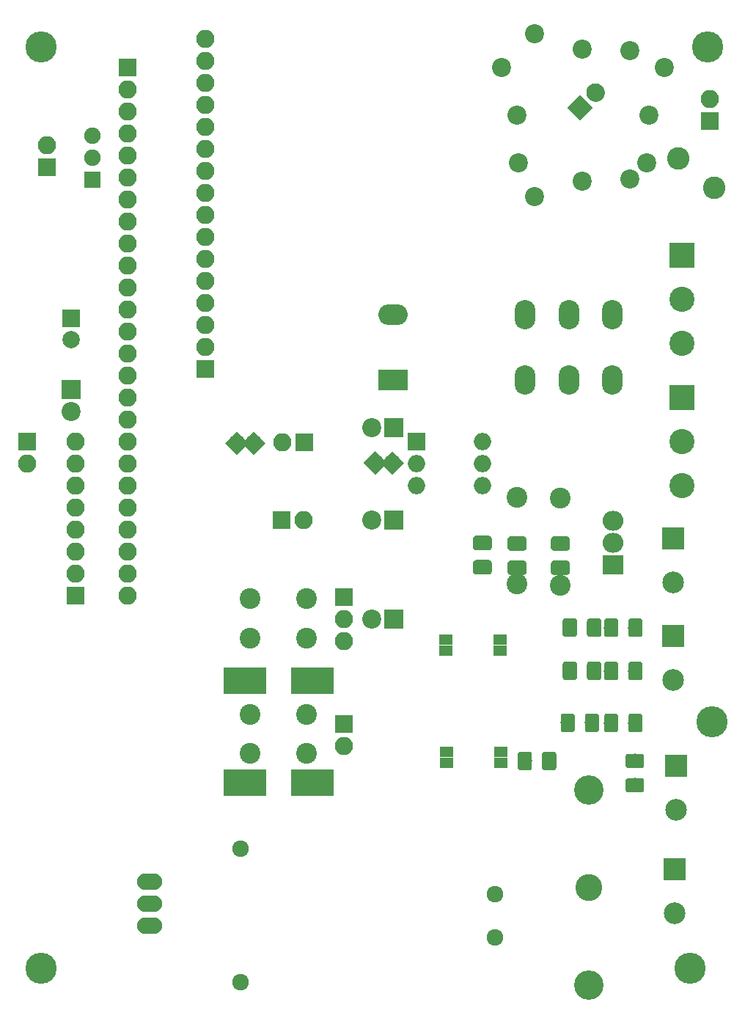
<source format=gbs>
G04 #@! TF.GenerationSoftware,KiCad,Pcbnew,5.0.0+dfsg1-2~bpo9+1*
G04 #@! TF.CreationDate,2018-10-07T14:27:24+02:00*
G04 #@! TF.ProjectId,PoesPPowerNode,506F657350506F7765724E6F64652E6B,rev?*
G04 #@! TF.SameCoordinates,Original*
G04 #@! TF.FileFunction,Soldermask,Bot*
G04 #@! TF.FilePolarity,Negative*
%FSLAX46Y46*%
G04 Gerber Fmt 4.6, Leading zero omitted, Abs format (unit mm)*
G04 Created by KiCad (PCBNEW 5.0.0+dfsg1-2~bpo9+1) date Sun Oct  7 14:27:24 2018*
%MOMM*%
%LPD*%
G01*
G04 APERTURE LIST*
%ADD10C,3.600000*%
%ADD11C,2.200000*%
%ADD12R,1.650000X1.300000*%
%ADD13O,2.899360X1.901140*%
%ADD14R,2.100000X2.100000*%
%ADD15O,2.100000X2.100000*%
%ADD16C,2.100000*%
%ADD17C,2.100000*%
%ADD18C,0.100000*%
%ADD19C,2.600000*%
%ADD20C,1.924000*%
%ADD21R,2.000000X2.000000*%
%ADD22C,2.000000*%
%ADD23C,2.400000*%
%ADD24R,2.200000X2.200000*%
%ADD25R,4.900000X3.100000*%
%ADD26C,1.650000*%
%ADD27R,3.400000X2.400000*%
%ADD28O,3.400000X2.400000*%
%ADD29O,2.400000X3.400000*%
%ADD30C,1.900000*%
%ADD31R,1.900000X1.900000*%
%ADD32O,2.000000X2.000000*%
%ADD33R,2.500000X2.500000*%
%ADD34C,2.500000*%
%ADD35R,2.900000X2.900000*%
%ADD36C,2.900000*%
%ADD37R,2.400000X2.305000*%
%ADD38O,2.400000X2.305000*%
%ADD39C,3.400000*%
%ADD40C,3.100000*%
G04 APERTURE END LIST*
D10*
G04 #@! TO.C,MK3*
X57000000Y-183300000D03*
G04 #@! TD*
D11*
G04 #@! TO.C,TR1*
X127000000Y-90400000D03*
X112200000Y-90400000D03*
X129000000Y-79400000D03*
X110200000Y-79400000D03*
X127220000Y-84900000D03*
X111980000Y-84900000D03*
X119524685Y-92469869D03*
X125024685Y-77449869D03*
X119524685Y-77229869D03*
X125024685Y-92249869D03*
X114024685Y-94249869D03*
X114024685Y-75449869D03*
G04 #@! TD*
D12*
G04 #@! TO.C,U1*
X110025000Y-145365000D03*
X110025000Y-146635000D03*
X103775000Y-145365000D03*
X103775000Y-146635000D03*
G04 #@! TD*
G04 #@! TO.C,U2*
X110125000Y-158365000D03*
X110125000Y-159635000D03*
X103875000Y-158365000D03*
X103875000Y-159635000D03*
G04 #@! TD*
D13*
G04 #@! TO.C,U7*
X69580000Y-175840000D03*
X69580000Y-173300000D03*
X69580000Y-178380000D03*
G04 #@! TD*
D14*
G04 #@! TO.C,P10*
X134300000Y-85540000D03*
D15*
X134300000Y-83000000D03*
G04 #@! TD*
D16*
G04 #@! TO.C,P11*
X121046051Y-82203949D03*
D17*
X121046051Y-82203949D02*
X121046051Y-82203949D01*
D16*
X119250000Y-84000000D03*
D18*
G36*
X120734924Y-84000000D02*
X119250000Y-85484924D01*
X117765076Y-84000000D01*
X119250000Y-82515076D01*
X120734924Y-84000000D01*
X120734924Y-84000000D01*
G37*
G04 #@! TD*
D19*
G04 #@! TO.C,H1*
X130600000Y-89900000D03*
G04 #@! TD*
G04 #@! TO.C,H2*
X134750000Y-93250000D03*
G04 #@! TD*
D10*
G04 #@! TO.C,MK1*
X134000000Y-77000000D03*
G04 #@! TD*
G04 #@! TO.C,MK2*
X57000000Y-77000000D03*
G04 #@! TD*
G04 #@! TO.C,MK4*
X132000000Y-183300000D03*
G04 #@! TD*
D20*
G04 #@! TO.C,JP2*
X79612843Y-122700000D03*
D18*
G36*
X80973316Y-122700000D02*
X79612843Y-124060473D01*
X78252370Y-122700000D01*
X79612843Y-121339527D01*
X80973316Y-122700000D01*
X80973316Y-122700000D01*
G37*
D20*
X81587157Y-122700000D03*
D18*
G36*
X82947630Y-122700000D02*
X81587157Y-124060473D01*
X80226684Y-122700000D01*
X81587157Y-121339527D01*
X82947630Y-122700000D01*
X82947630Y-122700000D01*
G37*
G04 #@! TD*
D20*
G04 #@! TO.C,JP3*
X97587157Y-125000000D03*
D18*
G36*
X98947630Y-125000000D02*
X97587157Y-126360473D01*
X96226684Y-125000000D01*
X97587157Y-123639527D01*
X98947630Y-125000000D01*
X98947630Y-125000000D01*
G37*
D20*
X95612843Y-125000000D03*
D18*
G36*
X96973316Y-125000000D02*
X95612843Y-126360473D01*
X94252370Y-125000000D01*
X95612843Y-123639527D01*
X96973316Y-125000000D01*
X96973316Y-125000000D01*
G37*
G04 #@! TD*
D21*
G04 #@! TO.C,C1*
X60500000Y-108300000D03*
D22*
X60500000Y-110800000D03*
G04 #@! TD*
D23*
G04 #@! TO.C,C6*
X112000000Y-139000000D03*
X112000000Y-129000000D03*
G04 #@! TD*
G04 #@! TO.C,C7*
X117000000Y-129100000D03*
X117000000Y-139100000D03*
G04 #@! TD*
D11*
G04 #@! TO.C,D1*
X60500000Y-119040000D03*
D24*
X60500000Y-116500000D03*
G04 #@! TD*
G04 #@! TO.C,D4*
X97800000Y-120900000D03*
D11*
X95260000Y-120900000D03*
G04 #@! TD*
D25*
G04 #@! TO.C,D5*
X80600000Y-150100000D03*
X88400000Y-150100000D03*
G04 #@! TD*
D24*
G04 #@! TO.C,D6*
X97800000Y-131600000D03*
D11*
X95260000Y-131600000D03*
G04 #@! TD*
G04 #@! TO.C,D8*
X95260000Y-143000000D03*
D24*
X97800000Y-143000000D03*
G04 #@! TD*
D25*
G04 #@! TO.C,D11*
X80600000Y-161900000D03*
X88400000Y-161900000D03*
G04 #@! TD*
D14*
G04 #@! TO.C,P1*
X67000000Y-79400000D03*
D15*
X67000000Y-81940000D03*
X67000000Y-84480000D03*
X67000000Y-87020000D03*
X67000000Y-89560000D03*
X67000000Y-92100000D03*
X67000000Y-94640000D03*
X67000000Y-97180000D03*
X67000000Y-99720000D03*
X67000000Y-102260000D03*
X67000000Y-104800000D03*
X67000000Y-107340000D03*
X67000000Y-109880000D03*
X67000000Y-112420000D03*
X67000000Y-114960000D03*
X67000000Y-117500000D03*
X67000000Y-120040000D03*
X67000000Y-122580000D03*
X67000000Y-125120000D03*
X67000000Y-127660000D03*
X67000000Y-130200000D03*
X67000000Y-132740000D03*
X67000000Y-135280000D03*
X67000000Y-137820000D03*
X67000000Y-140360000D03*
G04 #@! TD*
D18*
G04 #@! TO.C,R6*
G36*
X118627346Y-142939105D02*
X118659380Y-142943857D01*
X118690794Y-142951726D01*
X118721286Y-142962636D01*
X118750561Y-142976482D01*
X118778338Y-142993131D01*
X118804350Y-143012423D01*
X118828345Y-143034171D01*
X118850093Y-143058166D01*
X118869385Y-143084178D01*
X118886034Y-143111955D01*
X118899880Y-143141230D01*
X118910790Y-143171722D01*
X118918659Y-143203136D01*
X118923411Y-143235170D01*
X118925000Y-143267516D01*
X118925000Y-144757516D01*
X118923411Y-144789862D01*
X118918659Y-144821896D01*
X118910790Y-144853310D01*
X118899880Y-144883802D01*
X118886034Y-144913077D01*
X118869385Y-144940854D01*
X118850093Y-144966866D01*
X118828345Y-144990861D01*
X118804350Y-145012609D01*
X118778338Y-145031901D01*
X118750561Y-145048550D01*
X118721286Y-145062396D01*
X118690794Y-145073306D01*
X118659380Y-145081175D01*
X118627346Y-145085927D01*
X118595000Y-145087516D01*
X117605000Y-145087516D01*
X117572654Y-145085927D01*
X117540620Y-145081175D01*
X117509206Y-145073306D01*
X117478714Y-145062396D01*
X117449439Y-145048550D01*
X117421662Y-145031901D01*
X117395650Y-145012609D01*
X117371655Y-144990861D01*
X117349907Y-144966866D01*
X117330615Y-144940854D01*
X117313966Y-144913077D01*
X117300120Y-144883802D01*
X117289210Y-144853310D01*
X117281341Y-144821896D01*
X117276589Y-144789862D01*
X117275000Y-144757516D01*
X117275000Y-143267516D01*
X117276589Y-143235170D01*
X117281341Y-143203136D01*
X117289210Y-143171722D01*
X117300120Y-143141230D01*
X117313966Y-143111955D01*
X117330615Y-143084178D01*
X117349907Y-143058166D01*
X117371655Y-143034171D01*
X117395650Y-143012423D01*
X117421662Y-142993131D01*
X117449439Y-142976482D01*
X117478714Y-142962636D01*
X117509206Y-142951726D01*
X117540620Y-142943857D01*
X117572654Y-142939105D01*
X117605000Y-142937516D01*
X118595000Y-142937516D01*
X118627346Y-142939105D01*
X118627346Y-142939105D01*
G37*
D26*
X118100000Y-144012516D03*
D18*
G36*
X121427346Y-142939105D02*
X121459380Y-142943857D01*
X121490794Y-142951726D01*
X121521286Y-142962636D01*
X121550561Y-142976482D01*
X121578338Y-142993131D01*
X121604350Y-143012423D01*
X121628345Y-143034171D01*
X121650093Y-143058166D01*
X121669385Y-143084178D01*
X121686034Y-143111955D01*
X121699880Y-143141230D01*
X121710790Y-143171722D01*
X121718659Y-143203136D01*
X121723411Y-143235170D01*
X121725000Y-143267516D01*
X121725000Y-144757516D01*
X121723411Y-144789862D01*
X121718659Y-144821896D01*
X121710790Y-144853310D01*
X121699880Y-144883802D01*
X121686034Y-144913077D01*
X121669385Y-144940854D01*
X121650093Y-144966866D01*
X121628345Y-144990861D01*
X121604350Y-145012609D01*
X121578338Y-145031901D01*
X121550561Y-145048550D01*
X121521286Y-145062396D01*
X121490794Y-145073306D01*
X121459380Y-145081175D01*
X121427346Y-145085927D01*
X121395000Y-145087516D01*
X120405000Y-145087516D01*
X120372654Y-145085927D01*
X120340620Y-145081175D01*
X120309206Y-145073306D01*
X120278714Y-145062396D01*
X120249439Y-145048550D01*
X120221662Y-145031901D01*
X120195650Y-145012609D01*
X120171655Y-144990861D01*
X120149907Y-144966866D01*
X120130615Y-144940854D01*
X120113966Y-144913077D01*
X120100120Y-144883802D01*
X120089210Y-144853310D01*
X120081341Y-144821896D01*
X120076589Y-144789862D01*
X120075000Y-144757516D01*
X120075000Y-143267516D01*
X120076589Y-143235170D01*
X120081341Y-143203136D01*
X120089210Y-143171722D01*
X120100120Y-143141230D01*
X120113966Y-143111955D01*
X120130615Y-143084178D01*
X120149907Y-143058166D01*
X120171655Y-143034171D01*
X120195650Y-143012423D01*
X120221662Y-142993131D01*
X120249439Y-142976482D01*
X120278714Y-142962636D01*
X120309206Y-142951726D01*
X120340620Y-142943857D01*
X120372654Y-142939105D01*
X120405000Y-142937516D01*
X121395000Y-142937516D01*
X121427346Y-142939105D01*
X121427346Y-142939105D01*
G37*
D26*
X120900000Y-144012516D03*
G04 #@! TD*
D18*
G04 #@! TO.C,R7*
G36*
X118627346Y-147926589D02*
X118659380Y-147931341D01*
X118690794Y-147939210D01*
X118721286Y-147950120D01*
X118750561Y-147963966D01*
X118778338Y-147980615D01*
X118804350Y-147999907D01*
X118828345Y-148021655D01*
X118850093Y-148045650D01*
X118869385Y-148071662D01*
X118886034Y-148099439D01*
X118899880Y-148128714D01*
X118910790Y-148159206D01*
X118918659Y-148190620D01*
X118923411Y-148222654D01*
X118925000Y-148255000D01*
X118925000Y-149745000D01*
X118923411Y-149777346D01*
X118918659Y-149809380D01*
X118910790Y-149840794D01*
X118899880Y-149871286D01*
X118886034Y-149900561D01*
X118869385Y-149928338D01*
X118850093Y-149954350D01*
X118828345Y-149978345D01*
X118804350Y-150000093D01*
X118778338Y-150019385D01*
X118750561Y-150036034D01*
X118721286Y-150049880D01*
X118690794Y-150060790D01*
X118659380Y-150068659D01*
X118627346Y-150073411D01*
X118595000Y-150075000D01*
X117605000Y-150075000D01*
X117572654Y-150073411D01*
X117540620Y-150068659D01*
X117509206Y-150060790D01*
X117478714Y-150049880D01*
X117449439Y-150036034D01*
X117421662Y-150019385D01*
X117395650Y-150000093D01*
X117371655Y-149978345D01*
X117349907Y-149954350D01*
X117330615Y-149928338D01*
X117313966Y-149900561D01*
X117300120Y-149871286D01*
X117289210Y-149840794D01*
X117281341Y-149809380D01*
X117276589Y-149777346D01*
X117275000Y-149745000D01*
X117275000Y-148255000D01*
X117276589Y-148222654D01*
X117281341Y-148190620D01*
X117289210Y-148159206D01*
X117300120Y-148128714D01*
X117313966Y-148099439D01*
X117330615Y-148071662D01*
X117349907Y-148045650D01*
X117371655Y-148021655D01*
X117395650Y-147999907D01*
X117421662Y-147980615D01*
X117449439Y-147963966D01*
X117478714Y-147950120D01*
X117509206Y-147939210D01*
X117540620Y-147931341D01*
X117572654Y-147926589D01*
X117605000Y-147925000D01*
X118595000Y-147925000D01*
X118627346Y-147926589D01*
X118627346Y-147926589D01*
G37*
D26*
X118100000Y-149000000D03*
D18*
G36*
X121427346Y-147926589D02*
X121459380Y-147931341D01*
X121490794Y-147939210D01*
X121521286Y-147950120D01*
X121550561Y-147963966D01*
X121578338Y-147980615D01*
X121604350Y-147999907D01*
X121628345Y-148021655D01*
X121650093Y-148045650D01*
X121669385Y-148071662D01*
X121686034Y-148099439D01*
X121699880Y-148128714D01*
X121710790Y-148159206D01*
X121718659Y-148190620D01*
X121723411Y-148222654D01*
X121725000Y-148255000D01*
X121725000Y-149745000D01*
X121723411Y-149777346D01*
X121718659Y-149809380D01*
X121710790Y-149840794D01*
X121699880Y-149871286D01*
X121686034Y-149900561D01*
X121669385Y-149928338D01*
X121650093Y-149954350D01*
X121628345Y-149978345D01*
X121604350Y-150000093D01*
X121578338Y-150019385D01*
X121550561Y-150036034D01*
X121521286Y-150049880D01*
X121490794Y-150060790D01*
X121459380Y-150068659D01*
X121427346Y-150073411D01*
X121395000Y-150075000D01*
X120405000Y-150075000D01*
X120372654Y-150073411D01*
X120340620Y-150068659D01*
X120309206Y-150060790D01*
X120278714Y-150049880D01*
X120249439Y-150036034D01*
X120221662Y-150019385D01*
X120195650Y-150000093D01*
X120171655Y-149978345D01*
X120149907Y-149954350D01*
X120130615Y-149928338D01*
X120113966Y-149900561D01*
X120100120Y-149871286D01*
X120089210Y-149840794D01*
X120081341Y-149809380D01*
X120076589Y-149777346D01*
X120075000Y-149745000D01*
X120075000Y-148255000D01*
X120076589Y-148222654D01*
X120081341Y-148190620D01*
X120089210Y-148159206D01*
X120100120Y-148128714D01*
X120113966Y-148099439D01*
X120130615Y-148071662D01*
X120149907Y-148045650D01*
X120171655Y-148021655D01*
X120195650Y-147999907D01*
X120221662Y-147980615D01*
X120249439Y-147963966D01*
X120278714Y-147950120D01*
X120309206Y-147939210D01*
X120340620Y-147931341D01*
X120372654Y-147926589D01*
X120405000Y-147925000D01*
X121395000Y-147925000D01*
X121427346Y-147926589D01*
X121427346Y-147926589D01*
G37*
D26*
X120900000Y-149000000D03*
G04 #@! TD*
D18*
G04 #@! TO.C,R8*
G36*
X118387540Y-153926589D02*
X118419574Y-153931341D01*
X118450988Y-153939210D01*
X118481480Y-153950120D01*
X118510755Y-153963966D01*
X118538532Y-153980615D01*
X118564544Y-153999907D01*
X118588539Y-154021655D01*
X118610287Y-154045650D01*
X118629579Y-154071662D01*
X118646228Y-154099439D01*
X118660074Y-154128714D01*
X118670984Y-154159206D01*
X118678853Y-154190620D01*
X118683605Y-154222654D01*
X118685194Y-154255000D01*
X118685194Y-155745000D01*
X118683605Y-155777346D01*
X118678853Y-155809380D01*
X118670984Y-155840794D01*
X118660074Y-155871286D01*
X118646228Y-155900561D01*
X118629579Y-155928338D01*
X118610287Y-155954350D01*
X118588539Y-155978345D01*
X118564544Y-156000093D01*
X118538532Y-156019385D01*
X118510755Y-156036034D01*
X118481480Y-156049880D01*
X118450988Y-156060790D01*
X118419574Y-156068659D01*
X118387540Y-156073411D01*
X118355194Y-156075000D01*
X117365194Y-156075000D01*
X117332848Y-156073411D01*
X117300814Y-156068659D01*
X117269400Y-156060790D01*
X117238908Y-156049880D01*
X117209633Y-156036034D01*
X117181856Y-156019385D01*
X117155844Y-156000093D01*
X117131849Y-155978345D01*
X117110101Y-155954350D01*
X117090809Y-155928338D01*
X117074160Y-155900561D01*
X117060314Y-155871286D01*
X117049404Y-155840794D01*
X117041535Y-155809380D01*
X117036783Y-155777346D01*
X117035194Y-155745000D01*
X117035194Y-154255000D01*
X117036783Y-154222654D01*
X117041535Y-154190620D01*
X117049404Y-154159206D01*
X117060314Y-154128714D01*
X117074160Y-154099439D01*
X117090809Y-154071662D01*
X117110101Y-154045650D01*
X117131849Y-154021655D01*
X117155844Y-153999907D01*
X117181856Y-153980615D01*
X117209633Y-153963966D01*
X117238908Y-153950120D01*
X117269400Y-153939210D01*
X117300814Y-153931341D01*
X117332848Y-153926589D01*
X117365194Y-153925000D01*
X118355194Y-153925000D01*
X118387540Y-153926589D01*
X118387540Y-153926589D01*
G37*
D26*
X117860194Y-155000000D03*
D18*
G36*
X121187540Y-153926589D02*
X121219574Y-153931341D01*
X121250988Y-153939210D01*
X121281480Y-153950120D01*
X121310755Y-153963966D01*
X121338532Y-153980615D01*
X121364544Y-153999907D01*
X121388539Y-154021655D01*
X121410287Y-154045650D01*
X121429579Y-154071662D01*
X121446228Y-154099439D01*
X121460074Y-154128714D01*
X121470984Y-154159206D01*
X121478853Y-154190620D01*
X121483605Y-154222654D01*
X121485194Y-154255000D01*
X121485194Y-155745000D01*
X121483605Y-155777346D01*
X121478853Y-155809380D01*
X121470984Y-155840794D01*
X121460074Y-155871286D01*
X121446228Y-155900561D01*
X121429579Y-155928338D01*
X121410287Y-155954350D01*
X121388539Y-155978345D01*
X121364544Y-156000093D01*
X121338532Y-156019385D01*
X121310755Y-156036034D01*
X121281480Y-156049880D01*
X121250988Y-156060790D01*
X121219574Y-156068659D01*
X121187540Y-156073411D01*
X121155194Y-156075000D01*
X120165194Y-156075000D01*
X120132848Y-156073411D01*
X120100814Y-156068659D01*
X120069400Y-156060790D01*
X120038908Y-156049880D01*
X120009633Y-156036034D01*
X119981856Y-156019385D01*
X119955844Y-156000093D01*
X119931849Y-155978345D01*
X119910101Y-155954350D01*
X119890809Y-155928338D01*
X119874160Y-155900561D01*
X119860314Y-155871286D01*
X119849404Y-155840794D01*
X119841535Y-155809380D01*
X119836783Y-155777346D01*
X119835194Y-155745000D01*
X119835194Y-154255000D01*
X119836783Y-154222654D01*
X119841535Y-154190620D01*
X119849404Y-154159206D01*
X119860314Y-154128714D01*
X119874160Y-154099439D01*
X119890809Y-154071662D01*
X119910101Y-154045650D01*
X119931849Y-154021655D01*
X119955844Y-153999907D01*
X119981856Y-153980615D01*
X120009633Y-153963966D01*
X120038908Y-153950120D01*
X120069400Y-153939210D01*
X120100814Y-153931341D01*
X120132848Y-153926589D01*
X120165194Y-153925000D01*
X121155194Y-153925000D01*
X121187540Y-153926589D01*
X121187540Y-153926589D01*
G37*
D26*
X120660194Y-155000000D03*
G04 #@! TD*
D18*
G04 #@! TO.C,R9*
G36*
X116227346Y-158326589D02*
X116259380Y-158331341D01*
X116290794Y-158339210D01*
X116321286Y-158350120D01*
X116350561Y-158363966D01*
X116378338Y-158380615D01*
X116404350Y-158399907D01*
X116428345Y-158421655D01*
X116450093Y-158445650D01*
X116469385Y-158471662D01*
X116486034Y-158499439D01*
X116499880Y-158528714D01*
X116510790Y-158559206D01*
X116518659Y-158590620D01*
X116523411Y-158622654D01*
X116525000Y-158655000D01*
X116525000Y-160145000D01*
X116523411Y-160177346D01*
X116518659Y-160209380D01*
X116510790Y-160240794D01*
X116499880Y-160271286D01*
X116486034Y-160300561D01*
X116469385Y-160328338D01*
X116450093Y-160354350D01*
X116428345Y-160378345D01*
X116404350Y-160400093D01*
X116378338Y-160419385D01*
X116350561Y-160436034D01*
X116321286Y-160449880D01*
X116290794Y-160460790D01*
X116259380Y-160468659D01*
X116227346Y-160473411D01*
X116195000Y-160475000D01*
X115205000Y-160475000D01*
X115172654Y-160473411D01*
X115140620Y-160468659D01*
X115109206Y-160460790D01*
X115078714Y-160449880D01*
X115049439Y-160436034D01*
X115021662Y-160419385D01*
X114995650Y-160400093D01*
X114971655Y-160378345D01*
X114949907Y-160354350D01*
X114930615Y-160328338D01*
X114913966Y-160300561D01*
X114900120Y-160271286D01*
X114889210Y-160240794D01*
X114881341Y-160209380D01*
X114876589Y-160177346D01*
X114875000Y-160145000D01*
X114875000Y-158655000D01*
X114876589Y-158622654D01*
X114881341Y-158590620D01*
X114889210Y-158559206D01*
X114900120Y-158528714D01*
X114913966Y-158499439D01*
X114930615Y-158471662D01*
X114949907Y-158445650D01*
X114971655Y-158421655D01*
X114995650Y-158399907D01*
X115021662Y-158380615D01*
X115049439Y-158363966D01*
X115078714Y-158350120D01*
X115109206Y-158339210D01*
X115140620Y-158331341D01*
X115172654Y-158326589D01*
X115205000Y-158325000D01*
X116195000Y-158325000D01*
X116227346Y-158326589D01*
X116227346Y-158326589D01*
G37*
D26*
X115700000Y-159400000D03*
D18*
G36*
X113427346Y-158326589D02*
X113459380Y-158331341D01*
X113490794Y-158339210D01*
X113521286Y-158350120D01*
X113550561Y-158363966D01*
X113578338Y-158380615D01*
X113604350Y-158399907D01*
X113628345Y-158421655D01*
X113650093Y-158445650D01*
X113669385Y-158471662D01*
X113686034Y-158499439D01*
X113699880Y-158528714D01*
X113710790Y-158559206D01*
X113718659Y-158590620D01*
X113723411Y-158622654D01*
X113725000Y-158655000D01*
X113725000Y-160145000D01*
X113723411Y-160177346D01*
X113718659Y-160209380D01*
X113710790Y-160240794D01*
X113699880Y-160271286D01*
X113686034Y-160300561D01*
X113669385Y-160328338D01*
X113650093Y-160354350D01*
X113628345Y-160378345D01*
X113604350Y-160400093D01*
X113578338Y-160419385D01*
X113550561Y-160436034D01*
X113521286Y-160449880D01*
X113490794Y-160460790D01*
X113459380Y-160468659D01*
X113427346Y-160473411D01*
X113395000Y-160475000D01*
X112405000Y-160475000D01*
X112372654Y-160473411D01*
X112340620Y-160468659D01*
X112309206Y-160460790D01*
X112278714Y-160449880D01*
X112249439Y-160436034D01*
X112221662Y-160419385D01*
X112195650Y-160400093D01*
X112171655Y-160378345D01*
X112149907Y-160354350D01*
X112130615Y-160328338D01*
X112113966Y-160300561D01*
X112100120Y-160271286D01*
X112089210Y-160240794D01*
X112081341Y-160209380D01*
X112076589Y-160177346D01*
X112075000Y-160145000D01*
X112075000Y-158655000D01*
X112076589Y-158622654D01*
X112081341Y-158590620D01*
X112089210Y-158559206D01*
X112100120Y-158528714D01*
X112113966Y-158499439D01*
X112130615Y-158471662D01*
X112149907Y-158445650D01*
X112171655Y-158421655D01*
X112195650Y-158399907D01*
X112221662Y-158380615D01*
X112249439Y-158363966D01*
X112278714Y-158350120D01*
X112309206Y-158339210D01*
X112340620Y-158331341D01*
X112372654Y-158326589D01*
X112405000Y-158325000D01*
X113395000Y-158325000D01*
X113427346Y-158326589D01*
X113427346Y-158326589D01*
G37*
D26*
X112900000Y-159400000D03*
G04 #@! TD*
D18*
G04 #@! TO.C,R11*
G36*
X126187540Y-142939105D02*
X126219574Y-142943857D01*
X126250988Y-142951726D01*
X126281480Y-142962636D01*
X126310755Y-142976482D01*
X126338532Y-142993131D01*
X126364544Y-143012423D01*
X126388539Y-143034171D01*
X126410287Y-143058166D01*
X126429579Y-143084178D01*
X126446228Y-143111955D01*
X126460074Y-143141230D01*
X126470984Y-143171722D01*
X126478853Y-143203136D01*
X126483605Y-143235170D01*
X126485194Y-143267516D01*
X126485194Y-144757516D01*
X126483605Y-144789862D01*
X126478853Y-144821896D01*
X126470984Y-144853310D01*
X126460074Y-144883802D01*
X126446228Y-144913077D01*
X126429579Y-144940854D01*
X126410287Y-144966866D01*
X126388539Y-144990861D01*
X126364544Y-145012609D01*
X126338532Y-145031901D01*
X126310755Y-145048550D01*
X126281480Y-145062396D01*
X126250988Y-145073306D01*
X126219574Y-145081175D01*
X126187540Y-145085927D01*
X126155194Y-145087516D01*
X125165194Y-145087516D01*
X125132848Y-145085927D01*
X125100814Y-145081175D01*
X125069400Y-145073306D01*
X125038908Y-145062396D01*
X125009633Y-145048550D01*
X124981856Y-145031901D01*
X124955844Y-145012609D01*
X124931849Y-144990861D01*
X124910101Y-144966866D01*
X124890809Y-144940854D01*
X124874160Y-144913077D01*
X124860314Y-144883802D01*
X124849404Y-144853310D01*
X124841535Y-144821896D01*
X124836783Y-144789862D01*
X124835194Y-144757516D01*
X124835194Y-143267516D01*
X124836783Y-143235170D01*
X124841535Y-143203136D01*
X124849404Y-143171722D01*
X124860314Y-143141230D01*
X124874160Y-143111955D01*
X124890809Y-143084178D01*
X124910101Y-143058166D01*
X124931849Y-143034171D01*
X124955844Y-143012423D01*
X124981856Y-142993131D01*
X125009633Y-142976482D01*
X125038908Y-142962636D01*
X125069400Y-142951726D01*
X125100814Y-142943857D01*
X125132848Y-142939105D01*
X125165194Y-142937516D01*
X126155194Y-142937516D01*
X126187540Y-142939105D01*
X126187540Y-142939105D01*
G37*
D26*
X125660194Y-144012516D03*
D18*
G36*
X123387540Y-142939105D02*
X123419574Y-142943857D01*
X123450988Y-142951726D01*
X123481480Y-142962636D01*
X123510755Y-142976482D01*
X123538532Y-142993131D01*
X123564544Y-143012423D01*
X123588539Y-143034171D01*
X123610287Y-143058166D01*
X123629579Y-143084178D01*
X123646228Y-143111955D01*
X123660074Y-143141230D01*
X123670984Y-143171722D01*
X123678853Y-143203136D01*
X123683605Y-143235170D01*
X123685194Y-143267516D01*
X123685194Y-144757516D01*
X123683605Y-144789862D01*
X123678853Y-144821896D01*
X123670984Y-144853310D01*
X123660074Y-144883802D01*
X123646228Y-144913077D01*
X123629579Y-144940854D01*
X123610287Y-144966866D01*
X123588539Y-144990861D01*
X123564544Y-145012609D01*
X123538532Y-145031901D01*
X123510755Y-145048550D01*
X123481480Y-145062396D01*
X123450988Y-145073306D01*
X123419574Y-145081175D01*
X123387540Y-145085927D01*
X123355194Y-145087516D01*
X122365194Y-145087516D01*
X122332848Y-145085927D01*
X122300814Y-145081175D01*
X122269400Y-145073306D01*
X122238908Y-145062396D01*
X122209633Y-145048550D01*
X122181856Y-145031901D01*
X122155844Y-145012609D01*
X122131849Y-144990861D01*
X122110101Y-144966866D01*
X122090809Y-144940854D01*
X122074160Y-144913077D01*
X122060314Y-144883802D01*
X122049404Y-144853310D01*
X122041535Y-144821896D01*
X122036783Y-144789862D01*
X122035194Y-144757516D01*
X122035194Y-143267516D01*
X122036783Y-143235170D01*
X122041535Y-143203136D01*
X122049404Y-143171722D01*
X122060314Y-143141230D01*
X122074160Y-143111955D01*
X122090809Y-143084178D01*
X122110101Y-143058166D01*
X122131849Y-143034171D01*
X122155844Y-143012423D01*
X122181856Y-142993131D01*
X122209633Y-142976482D01*
X122238908Y-142962636D01*
X122269400Y-142951726D01*
X122300814Y-142943857D01*
X122332848Y-142939105D01*
X122365194Y-142937516D01*
X123355194Y-142937516D01*
X123387540Y-142939105D01*
X123387540Y-142939105D01*
G37*
D26*
X122860194Y-144012516D03*
G04 #@! TD*
D18*
G04 #@! TO.C,R12*
G36*
X123387540Y-147939105D02*
X123419574Y-147943857D01*
X123450988Y-147951726D01*
X123481480Y-147962636D01*
X123510755Y-147976482D01*
X123538532Y-147993131D01*
X123564544Y-148012423D01*
X123588539Y-148034171D01*
X123610287Y-148058166D01*
X123629579Y-148084178D01*
X123646228Y-148111955D01*
X123660074Y-148141230D01*
X123670984Y-148171722D01*
X123678853Y-148203136D01*
X123683605Y-148235170D01*
X123685194Y-148267516D01*
X123685194Y-149757516D01*
X123683605Y-149789862D01*
X123678853Y-149821896D01*
X123670984Y-149853310D01*
X123660074Y-149883802D01*
X123646228Y-149913077D01*
X123629579Y-149940854D01*
X123610287Y-149966866D01*
X123588539Y-149990861D01*
X123564544Y-150012609D01*
X123538532Y-150031901D01*
X123510755Y-150048550D01*
X123481480Y-150062396D01*
X123450988Y-150073306D01*
X123419574Y-150081175D01*
X123387540Y-150085927D01*
X123355194Y-150087516D01*
X122365194Y-150087516D01*
X122332848Y-150085927D01*
X122300814Y-150081175D01*
X122269400Y-150073306D01*
X122238908Y-150062396D01*
X122209633Y-150048550D01*
X122181856Y-150031901D01*
X122155844Y-150012609D01*
X122131849Y-149990861D01*
X122110101Y-149966866D01*
X122090809Y-149940854D01*
X122074160Y-149913077D01*
X122060314Y-149883802D01*
X122049404Y-149853310D01*
X122041535Y-149821896D01*
X122036783Y-149789862D01*
X122035194Y-149757516D01*
X122035194Y-148267516D01*
X122036783Y-148235170D01*
X122041535Y-148203136D01*
X122049404Y-148171722D01*
X122060314Y-148141230D01*
X122074160Y-148111955D01*
X122090809Y-148084178D01*
X122110101Y-148058166D01*
X122131849Y-148034171D01*
X122155844Y-148012423D01*
X122181856Y-147993131D01*
X122209633Y-147976482D01*
X122238908Y-147962636D01*
X122269400Y-147951726D01*
X122300814Y-147943857D01*
X122332848Y-147939105D01*
X122365194Y-147937516D01*
X123355194Y-147937516D01*
X123387540Y-147939105D01*
X123387540Y-147939105D01*
G37*
D26*
X122860194Y-149012516D03*
D18*
G36*
X126187540Y-147939105D02*
X126219574Y-147943857D01*
X126250988Y-147951726D01*
X126281480Y-147962636D01*
X126310755Y-147976482D01*
X126338532Y-147993131D01*
X126364544Y-148012423D01*
X126388539Y-148034171D01*
X126410287Y-148058166D01*
X126429579Y-148084178D01*
X126446228Y-148111955D01*
X126460074Y-148141230D01*
X126470984Y-148171722D01*
X126478853Y-148203136D01*
X126483605Y-148235170D01*
X126485194Y-148267516D01*
X126485194Y-149757516D01*
X126483605Y-149789862D01*
X126478853Y-149821896D01*
X126470984Y-149853310D01*
X126460074Y-149883802D01*
X126446228Y-149913077D01*
X126429579Y-149940854D01*
X126410287Y-149966866D01*
X126388539Y-149990861D01*
X126364544Y-150012609D01*
X126338532Y-150031901D01*
X126310755Y-150048550D01*
X126281480Y-150062396D01*
X126250988Y-150073306D01*
X126219574Y-150081175D01*
X126187540Y-150085927D01*
X126155194Y-150087516D01*
X125165194Y-150087516D01*
X125132848Y-150085927D01*
X125100814Y-150081175D01*
X125069400Y-150073306D01*
X125038908Y-150062396D01*
X125009633Y-150048550D01*
X124981856Y-150031901D01*
X124955844Y-150012609D01*
X124931849Y-149990861D01*
X124910101Y-149966866D01*
X124890809Y-149940854D01*
X124874160Y-149913077D01*
X124860314Y-149883802D01*
X124849404Y-149853310D01*
X124841535Y-149821896D01*
X124836783Y-149789862D01*
X124835194Y-149757516D01*
X124835194Y-148267516D01*
X124836783Y-148235170D01*
X124841535Y-148203136D01*
X124849404Y-148171722D01*
X124860314Y-148141230D01*
X124874160Y-148111955D01*
X124890809Y-148084178D01*
X124910101Y-148058166D01*
X124931849Y-148034171D01*
X124955844Y-148012423D01*
X124981856Y-147993131D01*
X125009633Y-147976482D01*
X125038908Y-147962636D01*
X125069400Y-147951726D01*
X125100814Y-147943857D01*
X125132848Y-147939105D01*
X125165194Y-147937516D01*
X126155194Y-147937516D01*
X126187540Y-147939105D01*
X126187540Y-147939105D01*
G37*
D26*
X125660194Y-149012516D03*
G04 #@! TD*
D18*
G04 #@! TO.C,R13*
G36*
X126187540Y-153939105D02*
X126219574Y-153943857D01*
X126250988Y-153951726D01*
X126281480Y-153962636D01*
X126310755Y-153976482D01*
X126338532Y-153993131D01*
X126364544Y-154012423D01*
X126388539Y-154034171D01*
X126410287Y-154058166D01*
X126429579Y-154084178D01*
X126446228Y-154111955D01*
X126460074Y-154141230D01*
X126470984Y-154171722D01*
X126478853Y-154203136D01*
X126483605Y-154235170D01*
X126485194Y-154267516D01*
X126485194Y-155757516D01*
X126483605Y-155789862D01*
X126478853Y-155821896D01*
X126470984Y-155853310D01*
X126460074Y-155883802D01*
X126446228Y-155913077D01*
X126429579Y-155940854D01*
X126410287Y-155966866D01*
X126388539Y-155990861D01*
X126364544Y-156012609D01*
X126338532Y-156031901D01*
X126310755Y-156048550D01*
X126281480Y-156062396D01*
X126250988Y-156073306D01*
X126219574Y-156081175D01*
X126187540Y-156085927D01*
X126155194Y-156087516D01*
X125165194Y-156087516D01*
X125132848Y-156085927D01*
X125100814Y-156081175D01*
X125069400Y-156073306D01*
X125038908Y-156062396D01*
X125009633Y-156048550D01*
X124981856Y-156031901D01*
X124955844Y-156012609D01*
X124931849Y-155990861D01*
X124910101Y-155966866D01*
X124890809Y-155940854D01*
X124874160Y-155913077D01*
X124860314Y-155883802D01*
X124849404Y-155853310D01*
X124841535Y-155821896D01*
X124836783Y-155789862D01*
X124835194Y-155757516D01*
X124835194Y-154267516D01*
X124836783Y-154235170D01*
X124841535Y-154203136D01*
X124849404Y-154171722D01*
X124860314Y-154141230D01*
X124874160Y-154111955D01*
X124890809Y-154084178D01*
X124910101Y-154058166D01*
X124931849Y-154034171D01*
X124955844Y-154012423D01*
X124981856Y-153993131D01*
X125009633Y-153976482D01*
X125038908Y-153962636D01*
X125069400Y-153951726D01*
X125100814Y-153943857D01*
X125132848Y-153939105D01*
X125165194Y-153937516D01*
X126155194Y-153937516D01*
X126187540Y-153939105D01*
X126187540Y-153939105D01*
G37*
D26*
X125660194Y-155012516D03*
D18*
G36*
X123387540Y-153939105D02*
X123419574Y-153943857D01*
X123450988Y-153951726D01*
X123481480Y-153962636D01*
X123510755Y-153976482D01*
X123538532Y-153993131D01*
X123564544Y-154012423D01*
X123588539Y-154034171D01*
X123610287Y-154058166D01*
X123629579Y-154084178D01*
X123646228Y-154111955D01*
X123660074Y-154141230D01*
X123670984Y-154171722D01*
X123678853Y-154203136D01*
X123683605Y-154235170D01*
X123685194Y-154267516D01*
X123685194Y-155757516D01*
X123683605Y-155789862D01*
X123678853Y-155821896D01*
X123670984Y-155853310D01*
X123660074Y-155883802D01*
X123646228Y-155913077D01*
X123629579Y-155940854D01*
X123610287Y-155966866D01*
X123588539Y-155990861D01*
X123564544Y-156012609D01*
X123538532Y-156031901D01*
X123510755Y-156048550D01*
X123481480Y-156062396D01*
X123450988Y-156073306D01*
X123419574Y-156081175D01*
X123387540Y-156085927D01*
X123355194Y-156087516D01*
X122365194Y-156087516D01*
X122332848Y-156085927D01*
X122300814Y-156081175D01*
X122269400Y-156073306D01*
X122238908Y-156062396D01*
X122209633Y-156048550D01*
X122181856Y-156031901D01*
X122155844Y-156012609D01*
X122131849Y-155990861D01*
X122110101Y-155966866D01*
X122090809Y-155940854D01*
X122074160Y-155913077D01*
X122060314Y-155883802D01*
X122049404Y-155853310D01*
X122041535Y-155821896D01*
X122036783Y-155789862D01*
X122035194Y-155757516D01*
X122035194Y-154267516D01*
X122036783Y-154235170D01*
X122041535Y-154203136D01*
X122049404Y-154171722D01*
X122060314Y-154141230D01*
X122074160Y-154111955D01*
X122090809Y-154084178D01*
X122110101Y-154058166D01*
X122131849Y-154034171D01*
X122155844Y-154012423D01*
X122181856Y-153993131D01*
X122209633Y-153976482D01*
X122238908Y-153962636D01*
X122269400Y-153951726D01*
X122300814Y-153943857D01*
X122332848Y-153939105D01*
X122365194Y-153937516D01*
X123355194Y-153937516D01*
X123387540Y-153939105D01*
X123387540Y-153939105D01*
G37*
D26*
X122860194Y-155012516D03*
G04 #@! TD*
D18*
G04 #@! TO.C,R14*
G36*
X126377346Y-158576589D02*
X126409380Y-158581341D01*
X126440794Y-158589210D01*
X126471286Y-158600120D01*
X126500561Y-158613966D01*
X126528338Y-158630615D01*
X126554350Y-158649907D01*
X126578345Y-158671655D01*
X126600093Y-158695650D01*
X126619385Y-158721662D01*
X126636034Y-158749439D01*
X126649880Y-158778714D01*
X126660790Y-158809206D01*
X126668659Y-158840620D01*
X126673411Y-158872654D01*
X126675000Y-158905000D01*
X126675000Y-159895000D01*
X126673411Y-159927346D01*
X126668659Y-159959380D01*
X126660790Y-159990794D01*
X126649880Y-160021286D01*
X126636034Y-160050561D01*
X126619385Y-160078338D01*
X126600093Y-160104350D01*
X126578345Y-160128345D01*
X126554350Y-160150093D01*
X126528338Y-160169385D01*
X126500561Y-160186034D01*
X126471286Y-160199880D01*
X126440794Y-160210790D01*
X126409380Y-160218659D01*
X126377346Y-160223411D01*
X126345000Y-160225000D01*
X124855000Y-160225000D01*
X124822654Y-160223411D01*
X124790620Y-160218659D01*
X124759206Y-160210790D01*
X124728714Y-160199880D01*
X124699439Y-160186034D01*
X124671662Y-160169385D01*
X124645650Y-160150093D01*
X124621655Y-160128345D01*
X124599907Y-160104350D01*
X124580615Y-160078338D01*
X124563966Y-160050561D01*
X124550120Y-160021286D01*
X124539210Y-159990794D01*
X124531341Y-159959380D01*
X124526589Y-159927346D01*
X124525000Y-159895000D01*
X124525000Y-158905000D01*
X124526589Y-158872654D01*
X124531341Y-158840620D01*
X124539210Y-158809206D01*
X124550120Y-158778714D01*
X124563966Y-158749439D01*
X124580615Y-158721662D01*
X124599907Y-158695650D01*
X124621655Y-158671655D01*
X124645650Y-158649907D01*
X124671662Y-158630615D01*
X124699439Y-158613966D01*
X124728714Y-158600120D01*
X124759206Y-158589210D01*
X124790620Y-158581341D01*
X124822654Y-158576589D01*
X124855000Y-158575000D01*
X126345000Y-158575000D01*
X126377346Y-158576589D01*
X126377346Y-158576589D01*
G37*
D26*
X125600000Y-159400000D03*
D18*
G36*
X126377346Y-161376589D02*
X126409380Y-161381341D01*
X126440794Y-161389210D01*
X126471286Y-161400120D01*
X126500561Y-161413966D01*
X126528338Y-161430615D01*
X126554350Y-161449907D01*
X126578345Y-161471655D01*
X126600093Y-161495650D01*
X126619385Y-161521662D01*
X126636034Y-161549439D01*
X126649880Y-161578714D01*
X126660790Y-161609206D01*
X126668659Y-161640620D01*
X126673411Y-161672654D01*
X126675000Y-161705000D01*
X126675000Y-162695000D01*
X126673411Y-162727346D01*
X126668659Y-162759380D01*
X126660790Y-162790794D01*
X126649880Y-162821286D01*
X126636034Y-162850561D01*
X126619385Y-162878338D01*
X126600093Y-162904350D01*
X126578345Y-162928345D01*
X126554350Y-162950093D01*
X126528338Y-162969385D01*
X126500561Y-162986034D01*
X126471286Y-162999880D01*
X126440794Y-163010790D01*
X126409380Y-163018659D01*
X126377346Y-163023411D01*
X126345000Y-163025000D01*
X124855000Y-163025000D01*
X124822654Y-163023411D01*
X124790620Y-163018659D01*
X124759206Y-163010790D01*
X124728714Y-162999880D01*
X124699439Y-162986034D01*
X124671662Y-162969385D01*
X124645650Y-162950093D01*
X124621655Y-162928345D01*
X124599907Y-162904350D01*
X124580615Y-162878338D01*
X124563966Y-162850561D01*
X124550120Y-162821286D01*
X124539210Y-162790794D01*
X124531341Y-162759380D01*
X124526589Y-162727346D01*
X124525000Y-162695000D01*
X124525000Y-161705000D01*
X124526589Y-161672654D01*
X124531341Y-161640620D01*
X124539210Y-161609206D01*
X124550120Y-161578714D01*
X124563966Y-161549439D01*
X124580615Y-161521662D01*
X124599907Y-161495650D01*
X124621655Y-161471655D01*
X124645650Y-161449907D01*
X124671662Y-161430615D01*
X124699439Y-161413966D01*
X124728714Y-161400120D01*
X124759206Y-161389210D01*
X124790620Y-161381341D01*
X124822654Y-161376589D01*
X124855000Y-161375000D01*
X126345000Y-161375000D01*
X126377346Y-161376589D01*
X126377346Y-161376589D01*
G37*
D26*
X125600000Y-162200000D03*
G04 #@! TD*
D27*
G04 #@! TO.C,RL1*
X97660000Y-115400000D03*
D28*
X97660000Y-107900000D03*
D29*
X117960000Y-115400000D03*
X123000000Y-107900000D03*
X112920000Y-107900000D03*
X112920000Y-115400000D03*
X117960000Y-107900000D03*
X123000000Y-115400000D03*
G04 #@! TD*
D23*
G04 #@! TO.C,SW1*
X81200000Y-145200000D03*
X81200000Y-140700000D03*
X87700000Y-145200000D03*
X87700000Y-140700000D03*
G04 #@! TD*
G04 #@! TO.C,SW2*
X87700000Y-154000000D03*
X87700000Y-158500000D03*
X81200000Y-154000000D03*
X81200000Y-158500000D03*
G04 #@! TD*
D30*
G04 #@! TO.C,U3*
X63000000Y-89760000D03*
X63000000Y-87220000D03*
D31*
X63000000Y-92300000D03*
G04 #@! TD*
D21*
G04 #@! TO.C,U5*
X100400000Y-122560000D03*
D32*
X108020000Y-127640000D03*
X100400000Y-125100000D03*
X108020000Y-125100000D03*
X100400000Y-127640000D03*
X108020000Y-122560000D03*
G04 #@! TD*
D15*
G04 #@! TO.C,P2*
X84860000Y-122600000D03*
D14*
X87400000Y-122600000D03*
G04 #@! TD*
G04 #@! TO.C,P3*
X84810000Y-131600000D03*
D15*
X87350000Y-131600000D03*
G04 #@! TD*
D14*
G04 #@! TO.C,P4*
X92000000Y-140460000D03*
D15*
X92000000Y-143000000D03*
X92000000Y-145540000D03*
G04 #@! TD*
G04 #@! TO.C,P5*
X55400000Y-125100000D03*
D14*
X55400000Y-122560000D03*
G04 #@! TD*
G04 #@! TO.C,P6*
X57700000Y-90840000D03*
D15*
X57700000Y-88300000D03*
G04 #@! TD*
D14*
G04 #@! TO.C,P7*
X61000000Y-140360000D03*
D15*
X61000000Y-137820000D03*
X61000000Y-135280000D03*
X61000000Y-132740000D03*
X61000000Y-130200000D03*
X61000000Y-127660000D03*
X61000000Y-125120000D03*
X61000000Y-122580000D03*
G04 #@! TD*
D14*
G04 #@! TO.C,P8*
X92000000Y-155160000D03*
D15*
X92000000Y-157700000D03*
G04 #@! TD*
D14*
G04 #@! TO.C,P9*
X76000000Y-114160000D03*
D15*
X76000000Y-111620000D03*
X76000000Y-109080000D03*
X76000000Y-106540000D03*
X76000000Y-104000000D03*
X76000000Y-101460000D03*
X76000000Y-98920000D03*
X76000000Y-96380000D03*
X76000000Y-93840000D03*
X76000000Y-91300000D03*
X76000000Y-88760000D03*
X76000000Y-86220000D03*
X76000000Y-83680000D03*
X76000000Y-81140000D03*
X76000000Y-78600000D03*
X76000000Y-76060000D03*
G04 #@! TD*
D33*
G04 #@! TO.C,J1*
X130000000Y-145000000D03*
D34*
X130000000Y-150080000D03*
G04 #@! TD*
D33*
G04 #@! TO.C,J2*
X130400000Y-160000000D03*
D34*
X130400000Y-165080000D03*
G04 #@! TD*
D35*
G04 #@! TO.C,J3*
X131000000Y-117500000D03*
D36*
X131000000Y-122580000D03*
X131000000Y-127660000D03*
G04 #@! TD*
D34*
G04 #@! TO.C,J4*
X130000000Y-138830000D03*
D33*
X130000000Y-133750000D03*
G04 #@! TD*
D36*
G04 #@! TO.C,J5*
X131000000Y-111160000D03*
X131000000Y-106080000D03*
D35*
X131000000Y-101000000D03*
G04 #@! TD*
D18*
G04 #@! TO.C,R27*
G36*
X108777346Y-133414089D02*
X108809380Y-133418841D01*
X108840794Y-133426710D01*
X108871286Y-133437620D01*
X108900561Y-133451466D01*
X108928338Y-133468115D01*
X108954350Y-133487407D01*
X108978345Y-133509155D01*
X109000093Y-133533150D01*
X109019385Y-133559162D01*
X109036034Y-133586939D01*
X109049880Y-133616214D01*
X109060790Y-133646706D01*
X109068659Y-133678120D01*
X109073411Y-133710154D01*
X109075000Y-133742500D01*
X109075000Y-134732500D01*
X109073411Y-134764846D01*
X109068659Y-134796880D01*
X109060790Y-134828294D01*
X109049880Y-134858786D01*
X109036034Y-134888061D01*
X109019385Y-134915838D01*
X109000093Y-134941850D01*
X108978345Y-134965845D01*
X108954350Y-134987593D01*
X108928338Y-135006885D01*
X108900561Y-135023534D01*
X108871286Y-135037380D01*
X108840794Y-135048290D01*
X108809380Y-135056159D01*
X108777346Y-135060911D01*
X108745000Y-135062500D01*
X107255000Y-135062500D01*
X107222654Y-135060911D01*
X107190620Y-135056159D01*
X107159206Y-135048290D01*
X107128714Y-135037380D01*
X107099439Y-135023534D01*
X107071662Y-135006885D01*
X107045650Y-134987593D01*
X107021655Y-134965845D01*
X106999907Y-134941850D01*
X106980615Y-134915838D01*
X106963966Y-134888061D01*
X106950120Y-134858786D01*
X106939210Y-134828294D01*
X106931341Y-134796880D01*
X106926589Y-134764846D01*
X106925000Y-134732500D01*
X106925000Y-133742500D01*
X106926589Y-133710154D01*
X106931341Y-133678120D01*
X106939210Y-133646706D01*
X106950120Y-133616214D01*
X106963966Y-133586939D01*
X106980615Y-133559162D01*
X106999907Y-133533150D01*
X107021655Y-133509155D01*
X107045650Y-133487407D01*
X107071662Y-133468115D01*
X107099439Y-133451466D01*
X107128714Y-133437620D01*
X107159206Y-133426710D01*
X107190620Y-133418841D01*
X107222654Y-133414089D01*
X107255000Y-133412500D01*
X108745000Y-133412500D01*
X108777346Y-133414089D01*
X108777346Y-133414089D01*
G37*
D26*
X108000000Y-134237500D03*
D18*
G36*
X108777346Y-136214089D02*
X108809380Y-136218841D01*
X108840794Y-136226710D01*
X108871286Y-136237620D01*
X108900561Y-136251466D01*
X108928338Y-136268115D01*
X108954350Y-136287407D01*
X108978345Y-136309155D01*
X109000093Y-136333150D01*
X109019385Y-136359162D01*
X109036034Y-136386939D01*
X109049880Y-136416214D01*
X109060790Y-136446706D01*
X109068659Y-136478120D01*
X109073411Y-136510154D01*
X109075000Y-136542500D01*
X109075000Y-137532500D01*
X109073411Y-137564846D01*
X109068659Y-137596880D01*
X109060790Y-137628294D01*
X109049880Y-137658786D01*
X109036034Y-137688061D01*
X109019385Y-137715838D01*
X109000093Y-137741850D01*
X108978345Y-137765845D01*
X108954350Y-137787593D01*
X108928338Y-137806885D01*
X108900561Y-137823534D01*
X108871286Y-137837380D01*
X108840794Y-137848290D01*
X108809380Y-137856159D01*
X108777346Y-137860911D01*
X108745000Y-137862500D01*
X107255000Y-137862500D01*
X107222654Y-137860911D01*
X107190620Y-137856159D01*
X107159206Y-137848290D01*
X107128714Y-137837380D01*
X107099439Y-137823534D01*
X107071662Y-137806885D01*
X107045650Y-137787593D01*
X107021655Y-137765845D01*
X106999907Y-137741850D01*
X106980615Y-137715838D01*
X106963966Y-137688061D01*
X106950120Y-137658786D01*
X106939210Y-137628294D01*
X106931341Y-137596880D01*
X106926589Y-137564846D01*
X106925000Y-137532500D01*
X106925000Y-136542500D01*
X106926589Y-136510154D01*
X106931341Y-136478120D01*
X106939210Y-136446706D01*
X106950120Y-136416214D01*
X106963966Y-136386939D01*
X106980615Y-136359162D01*
X106999907Y-136333150D01*
X107021655Y-136309155D01*
X107045650Y-136287407D01*
X107071662Y-136268115D01*
X107099439Y-136251466D01*
X107128714Y-136237620D01*
X107159206Y-136226710D01*
X107190620Y-136218841D01*
X107222654Y-136214089D01*
X107255000Y-136212500D01*
X108745000Y-136212500D01*
X108777346Y-136214089D01*
X108777346Y-136214089D01*
G37*
D26*
X108000000Y-137037500D03*
G04 #@! TD*
D18*
G04 #@! TO.C,R28*
G36*
X112777346Y-133476589D02*
X112809380Y-133481341D01*
X112840794Y-133489210D01*
X112871286Y-133500120D01*
X112900561Y-133513966D01*
X112928338Y-133530615D01*
X112954350Y-133549907D01*
X112978345Y-133571655D01*
X113000093Y-133595650D01*
X113019385Y-133621662D01*
X113036034Y-133649439D01*
X113049880Y-133678714D01*
X113060790Y-133709206D01*
X113068659Y-133740620D01*
X113073411Y-133772654D01*
X113075000Y-133805000D01*
X113075000Y-134795000D01*
X113073411Y-134827346D01*
X113068659Y-134859380D01*
X113060790Y-134890794D01*
X113049880Y-134921286D01*
X113036034Y-134950561D01*
X113019385Y-134978338D01*
X113000093Y-135004350D01*
X112978345Y-135028345D01*
X112954350Y-135050093D01*
X112928338Y-135069385D01*
X112900561Y-135086034D01*
X112871286Y-135099880D01*
X112840794Y-135110790D01*
X112809380Y-135118659D01*
X112777346Y-135123411D01*
X112745000Y-135125000D01*
X111255000Y-135125000D01*
X111222654Y-135123411D01*
X111190620Y-135118659D01*
X111159206Y-135110790D01*
X111128714Y-135099880D01*
X111099439Y-135086034D01*
X111071662Y-135069385D01*
X111045650Y-135050093D01*
X111021655Y-135028345D01*
X110999907Y-135004350D01*
X110980615Y-134978338D01*
X110963966Y-134950561D01*
X110950120Y-134921286D01*
X110939210Y-134890794D01*
X110931341Y-134859380D01*
X110926589Y-134827346D01*
X110925000Y-134795000D01*
X110925000Y-133805000D01*
X110926589Y-133772654D01*
X110931341Y-133740620D01*
X110939210Y-133709206D01*
X110950120Y-133678714D01*
X110963966Y-133649439D01*
X110980615Y-133621662D01*
X110999907Y-133595650D01*
X111021655Y-133571655D01*
X111045650Y-133549907D01*
X111071662Y-133530615D01*
X111099439Y-133513966D01*
X111128714Y-133500120D01*
X111159206Y-133489210D01*
X111190620Y-133481341D01*
X111222654Y-133476589D01*
X111255000Y-133475000D01*
X112745000Y-133475000D01*
X112777346Y-133476589D01*
X112777346Y-133476589D01*
G37*
D26*
X112000000Y-134300000D03*
D18*
G36*
X112777346Y-136276589D02*
X112809380Y-136281341D01*
X112840794Y-136289210D01*
X112871286Y-136300120D01*
X112900561Y-136313966D01*
X112928338Y-136330615D01*
X112954350Y-136349907D01*
X112978345Y-136371655D01*
X113000093Y-136395650D01*
X113019385Y-136421662D01*
X113036034Y-136449439D01*
X113049880Y-136478714D01*
X113060790Y-136509206D01*
X113068659Y-136540620D01*
X113073411Y-136572654D01*
X113075000Y-136605000D01*
X113075000Y-137595000D01*
X113073411Y-137627346D01*
X113068659Y-137659380D01*
X113060790Y-137690794D01*
X113049880Y-137721286D01*
X113036034Y-137750561D01*
X113019385Y-137778338D01*
X113000093Y-137804350D01*
X112978345Y-137828345D01*
X112954350Y-137850093D01*
X112928338Y-137869385D01*
X112900561Y-137886034D01*
X112871286Y-137899880D01*
X112840794Y-137910790D01*
X112809380Y-137918659D01*
X112777346Y-137923411D01*
X112745000Y-137925000D01*
X111255000Y-137925000D01*
X111222654Y-137923411D01*
X111190620Y-137918659D01*
X111159206Y-137910790D01*
X111128714Y-137899880D01*
X111099439Y-137886034D01*
X111071662Y-137869385D01*
X111045650Y-137850093D01*
X111021655Y-137828345D01*
X110999907Y-137804350D01*
X110980615Y-137778338D01*
X110963966Y-137750561D01*
X110950120Y-137721286D01*
X110939210Y-137690794D01*
X110931341Y-137659380D01*
X110926589Y-137627346D01*
X110925000Y-137595000D01*
X110925000Y-136605000D01*
X110926589Y-136572654D01*
X110931341Y-136540620D01*
X110939210Y-136509206D01*
X110950120Y-136478714D01*
X110963966Y-136449439D01*
X110980615Y-136421662D01*
X110999907Y-136395650D01*
X111021655Y-136371655D01*
X111045650Y-136349907D01*
X111071662Y-136330615D01*
X111099439Y-136313966D01*
X111128714Y-136300120D01*
X111159206Y-136289210D01*
X111190620Y-136281341D01*
X111222654Y-136276589D01*
X111255000Y-136275000D01*
X112745000Y-136275000D01*
X112777346Y-136276589D01*
X112777346Y-136276589D01*
G37*
D26*
X112000000Y-137100000D03*
G04 #@! TD*
D18*
G04 #@! TO.C,R29*
G36*
X117777346Y-133476589D02*
X117809380Y-133481341D01*
X117840794Y-133489210D01*
X117871286Y-133500120D01*
X117900561Y-133513966D01*
X117928338Y-133530615D01*
X117954350Y-133549907D01*
X117978345Y-133571655D01*
X118000093Y-133595650D01*
X118019385Y-133621662D01*
X118036034Y-133649439D01*
X118049880Y-133678714D01*
X118060790Y-133709206D01*
X118068659Y-133740620D01*
X118073411Y-133772654D01*
X118075000Y-133805000D01*
X118075000Y-134795000D01*
X118073411Y-134827346D01*
X118068659Y-134859380D01*
X118060790Y-134890794D01*
X118049880Y-134921286D01*
X118036034Y-134950561D01*
X118019385Y-134978338D01*
X118000093Y-135004350D01*
X117978345Y-135028345D01*
X117954350Y-135050093D01*
X117928338Y-135069385D01*
X117900561Y-135086034D01*
X117871286Y-135099880D01*
X117840794Y-135110790D01*
X117809380Y-135118659D01*
X117777346Y-135123411D01*
X117745000Y-135125000D01*
X116255000Y-135125000D01*
X116222654Y-135123411D01*
X116190620Y-135118659D01*
X116159206Y-135110790D01*
X116128714Y-135099880D01*
X116099439Y-135086034D01*
X116071662Y-135069385D01*
X116045650Y-135050093D01*
X116021655Y-135028345D01*
X115999907Y-135004350D01*
X115980615Y-134978338D01*
X115963966Y-134950561D01*
X115950120Y-134921286D01*
X115939210Y-134890794D01*
X115931341Y-134859380D01*
X115926589Y-134827346D01*
X115925000Y-134795000D01*
X115925000Y-133805000D01*
X115926589Y-133772654D01*
X115931341Y-133740620D01*
X115939210Y-133709206D01*
X115950120Y-133678714D01*
X115963966Y-133649439D01*
X115980615Y-133621662D01*
X115999907Y-133595650D01*
X116021655Y-133571655D01*
X116045650Y-133549907D01*
X116071662Y-133530615D01*
X116099439Y-133513966D01*
X116128714Y-133500120D01*
X116159206Y-133489210D01*
X116190620Y-133481341D01*
X116222654Y-133476589D01*
X116255000Y-133475000D01*
X117745000Y-133475000D01*
X117777346Y-133476589D01*
X117777346Y-133476589D01*
G37*
D26*
X117000000Y-134300000D03*
D18*
G36*
X117777346Y-136276589D02*
X117809380Y-136281341D01*
X117840794Y-136289210D01*
X117871286Y-136300120D01*
X117900561Y-136313966D01*
X117928338Y-136330615D01*
X117954350Y-136349907D01*
X117978345Y-136371655D01*
X118000093Y-136395650D01*
X118019385Y-136421662D01*
X118036034Y-136449439D01*
X118049880Y-136478714D01*
X118060790Y-136509206D01*
X118068659Y-136540620D01*
X118073411Y-136572654D01*
X118075000Y-136605000D01*
X118075000Y-137595000D01*
X118073411Y-137627346D01*
X118068659Y-137659380D01*
X118060790Y-137690794D01*
X118049880Y-137721286D01*
X118036034Y-137750561D01*
X118019385Y-137778338D01*
X118000093Y-137804350D01*
X117978345Y-137828345D01*
X117954350Y-137850093D01*
X117928338Y-137869385D01*
X117900561Y-137886034D01*
X117871286Y-137899880D01*
X117840794Y-137910790D01*
X117809380Y-137918659D01*
X117777346Y-137923411D01*
X117745000Y-137925000D01*
X116255000Y-137925000D01*
X116222654Y-137923411D01*
X116190620Y-137918659D01*
X116159206Y-137910790D01*
X116128714Y-137899880D01*
X116099439Y-137886034D01*
X116071662Y-137869385D01*
X116045650Y-137850093D01*
X116021655Y-137828345D01*
X115999907Y-137804350D01*
X115980615Y-137778338D01*
X115963966Y-137750561D01*
X115950120Y-137721286D01*
X115939210Y-137690794D01*
X115931341Y-137659380D01*
X115926589Y-137627346D01*
X115925000Y-137595000D01*
X115925000Y-136605000D01*
X115926589Y-136572654D01*
X115931341Y-136540620D01*
X115939210Y-136509206D01*
X115950120Y-136478714D01*
X115963966Y-136449439D01*
X115980615Y-136421662D01*
X115999907Y-136395650D01*
X116021655Y-136371655D01*
X116045650Y-136349907D01*
X116071662Y-136330615D01*
X116099439Y-136313966D01*
X116128714Y-136300120D01*
X116159206Y-136289210D01*
X116190620Y-136281341D01*
X116222654Y-136276589D01*
X116255000Y-136275000D01*
X117745000Y-136275000D01*
X117777346Y-136276589D01*
X117777346Y-136276589D01*
G37*
D26*
X117000000Y-137100000D03*
G04 #@! TD*
D37*
G04 #@! TO.C,D12*
X123100000Y-136740000D03*
D38*
X123100000Y-134200000D03*
X123100000Y-131660000D03*
G04 #@! TD*
D20*
G04 #@! TO.C,PS1*
X109450000Y-179750000D03*
X109450000Y-174750000D03*
X80050000Y-184950000D03*
X80050000Y-169550000D03*
G04 #@! TD*
D39*
G04 #@! TO.C,F1*
X120250000Y-185250000D03*
X120250000Y-162750000D03*
D40*
X120250000Y-174000000D03*
G04 #@! TD*
D33*
G04 #@! TO.C,J6*
X130200000Y-171900000D03*
D34*
X130200000Y-176980000D03*
G04 #@! TD*
D10*
G04 #@! TO.C,MK5*
X134500000Y-154900000D03*
G04 #@! TD*
M02*

</source>
